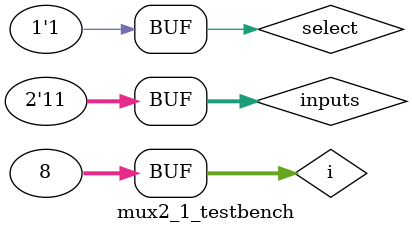
<source format=sv>

`timescale 10ps/1ps
module mux2_1(out, inputs, select);   
  output logic out;    // output
  input  logic [1:0] inputs;   // inputs
  input logic select;	// select
  
  logic select_not, and_1, and_0;
  
  not #(5) (select_not, select);
  
  and #(5) (and_1, select, inputs[1]);  //2:1 mux gate logic
  and #(5) (and_0, select_not, inputs[0]);
  or  #(5) (out, and_1, and_0);
endmodule   
   
module mux2_1_testbench (); // Tests all possible inputs.
	logic [1:0] inputs;
	logic out;
	logic select;
	
	mux2_1 dut (.out, .inputs, .select);
	
  integer i;   
  initial begin   
	 for(i=0; i< 8; i++) begin   
		{select, inputs} = i; #30;    
	 end   
  end
endmodule

</source>
